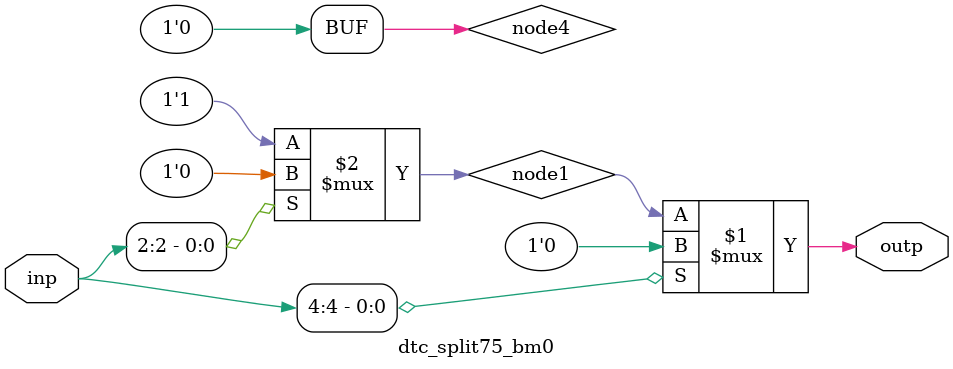
<source format=v>
module dtc_split75_bm0 (
	input  wire [6-1:0] inp,
	output wire [1-1:0] outp
);

	wire [1-1:0] node1;
	wire [1-1:0] node4;

	assign outp = (inp[4]) ? node4 : node1;
		assign node1 = (inp[2]) ? 1'b0 : 1'b1;
		assign node4 = (inp[2]) ? 1'b0 : 1'b0;

endmodule
</source>
